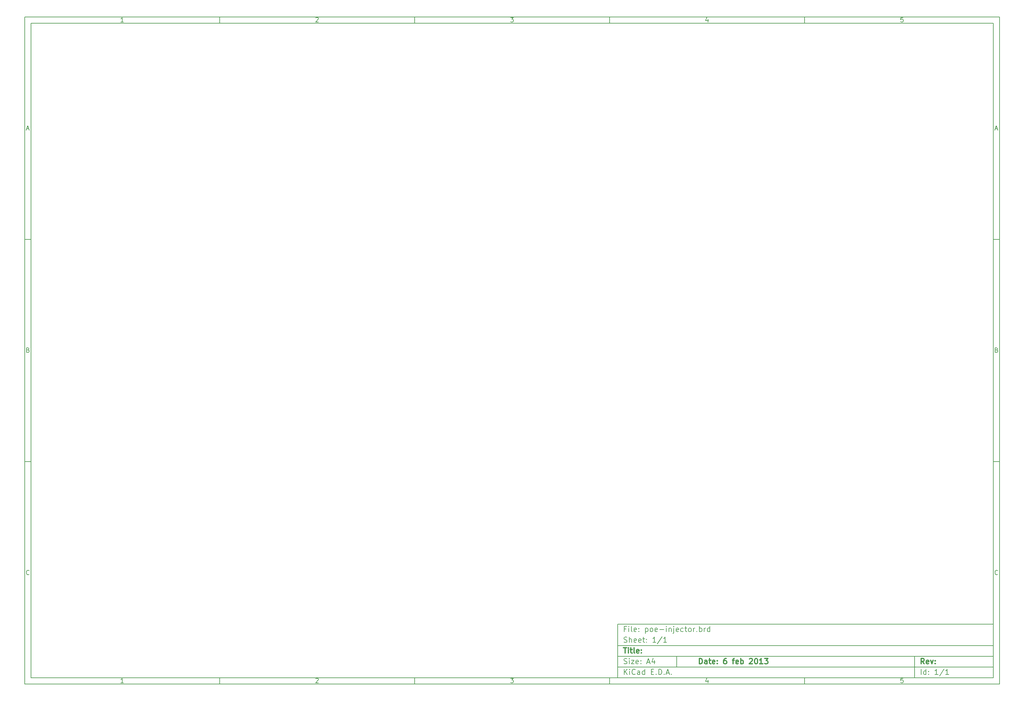
<source format=gbo>
G04 (created by PCBNEW-RS274X (2012-01-19 BZR 3256)-stable) date 2/5/2013 11:52:39 PM*
G01*
G70*
G90*
%MOIN*%
G04 Gerber Fmt 3.4, Leading zero omitted, Abs format*
%FSLAX34Y34*%
G04 APERTURE LIST*
%ADD10C,0.006000*%
%ADD11C,0.012000*%
%ADD12C,0.180000*%
G04 APERTURE END LIST*
G54D10*
X04000Y-04000D02*
X113000Y-04000D01*
X113000Y-78670D01*
X04000Y-78670D01*
X04000Y-04000D01*
X04700Y-04700D02*
X112300Y-04700D01*
X112300Y-77970D01*
X04700Y-77970D01*
X04700Y-04700D01*
X25800Y-04000D02*
X25800Y-04700D01*
X15043Y-04552D02*
X14757Y-04552D01*
X14900Y-04552D02*
X14900Y-04052D01*
X14852Y-04124D01*
X14805Y-04171D01*
X14757Y-04195D01*
X25800Y-78670D02*
X25800Y-77970D01*
X15043Y-78522D02*
X14757Y-78522D01*
X14900Y-78522D02*
X14900Y-78022D01*
X14852Y-78094D01*
X14805Y-78141D01*
X14757Y-78165D01*
X47600Y-04000D02*
X47600Y-04700D01*
X36557Y-04100D02*
X36581Y-04076D01*
X36629Y-04052D01*
X36748Y-04052D01*
X36795Y-04076D01*
X36819Y-04100D01*
X36843Y-04148D01*
X36843Y-04195D01*
X36819Y-04267D01*
X36533Y-04552D01*
X36843Y-04552D01*
X47600Y-78670D02*
X47600Y-77970D01*
X36557Y-78070D02*
X36581Y-78046D01*
X36629Y-78022D01*
X36748Y-78022D01*
X36795Y-78046D01*
X36819Y-78070D01*
X36843Y-78118D01*
X36843Y-78165D01*
X36819Y-78237D01*
X36533Y-78522D01*
X36843Y-78522D01*
X69400Y-04000D02*
X69400Y-04700D01*
X58333Y-04052D02*
X58643Y-04052D01*
X58476Y-04243D01*
X58548Y-04243D01*
X58595Y-04267D01*
X58619Y-04290D01*
X58643Y-04338D01*
X58643Y-04457D01*
X58619Y-04505D01*
X58595Y-04529D01*
X58548Y-04552D01*
X58405Y-04552D01*
X58357Y-04529D01*
X58333Y-04505D01*
X69400Y-78670D02*
X69400Y-77970D01*
X58333Y-78022D02*
X58643Y-78022D01*
X58476Y-78213D01*
X58548Y-78213D01*
X58595Y-78237D01*
X58619Y-78260D01*
X58643Y-78308D01*
X58643Y-78427D01*
X58619Y-78475D01*
X58595Y-78499D01*
X58548Y-78522D01*
X58405Y-78522D01*
X58357Y-78499D01*
X58333Y-78475D01*
X91200Y-04000D02*
X91200Y-04700D01*
X80395Y-04219D02*
X80395Y-04552D01*
X80276Y-04029D02*
X80157Y-04386D01*
X80467Y-04386D01*
X91200Y-78670D02*
X91200Y-77970D01*
X80395Y-78189D02*
X80395Y-78522D01*
X80276Y-77999D02*
X80157Y-78356D01*
X80467Y-78356D01*
X102219Y-04052D02*
X101981Y-04052D01*
X101957Y-04290D01*
X101981Y-04267D01*
X102029Y-04243D01*
X102148Y-04243D01*
X102195Y-04267D01*
X102219Y-04290D01*
X102243Y-04338D01*
X102243Y-04457D01*
X102219Y-04505D01*
X102195Y-04529D01*
X102148Y-04552D01*
X102029Y-04552D01*
X101981Y-04529D01*
X101957Y-04505D01*
X102219Y-78022D02*
X101981Y-78022D01*
X101957Y-78260D01*
X101981Y-78237D01*
X102029Y-78213D01*
X102148Y-78213D01*
X102195Y-78237D01*
X102219Y-78260D01*
X102243Y-78308D01*
X102243Y-78427D01*
X102219Y-78475D01*
X102195Y-78499D01*
X102148Y-78522D01*
X102029Y-78522D01*
X101981Y-78499D01*
X101957Y-78475D01*
X04000Y-28890D02*
X04700Y-28890D01*
X04231Y-16510D02*
X04469Y-16510D01*
X04184Y-16652D02*
X04350Y-16152D01*
X04517Y-16652D01*
X113000Y-28890D02*
X112300Y-28890D01*
X112531Y-16510D02*
X112769Y-16510D01*
X112484Y-16652D02*
X112650Y-16152D01*
X112817Y-16652D01*
X04000Y-53780D02*
X04700Y-53780D01*
X04386Y-41280D02*
X04457Y-41304D01*
X04481Y-41328D01*
X04505Y-41376D01*
X04505Y-41447D01*
X04481Y-41495D01*
X04457Y-41519D01*
X04410Y-41542D01*
X04219Y-41542D01*
X04219Y-41042D01*
X04386Y-41042D01*
X04433Y-41066D01*
X04457Y-41090D01*
X04481Y-41138D01*
X04481Y-41185D01*
X04457Y-41233D01*
X04433Y-41257D01*
X04386Y-41280D01*
X04219Y-41280D01*
X113000Y-53780D02*
X112300Y-53780D01*
X112686Y-41280D02*
X112757Y-41304D01*
X112781Y-41328D01*
X112805Y-41376D01*
X112805Y-41447D01*
X112781Y-41495D01*
X112757Y-41519D01*
X112710Y-41542D01*
X112519Y-41542D01*
X112519Y-41042D01*
X112686Y-41042D01*
X112733Y-41066D01*
X112757Y-41090D01*
X112781Y-41138D01*
X112781Y-41185D01*
X112757Y-41233D01*
X112733Y-41257D01*
X112686Y-41280D01*
X112519Y-41280D01*
X04505Y-66385D02*
X04481Y-66409D01*
X04410Y-66432D01*
X04362Y-66432D01*
X04290Y-66409D01*
X04243Y-66361D01*
X04219Y-66313D01*
X04195Y-66218D01*
X04195Y-66147D01*
X04219Y-66051D01*
X04243Y-66004D01*
X04290Y-65956D01*
X04362Y-65932D01*
X04410Y-65932D01*
X04481Y-65956D01*
X04505Y-65980D01*
X112805Y-66385D02*
X112781Y-66409D01*
X112710Y-66432D01*
X112662Y-66432D01*
X112590Y-66409D01*
X112543Y-66361D01*
X112519Y-66313D01*
X112495Y-66218D01*
X112495Y-66147D01*
X112519Y-66051D01*
X112543Y-66004D01*
X112590Y-65956D01*
X112662Y-65932D01*
X112710Y-65932D01*
X112781Y-65956D01*
X112805Y-65980D01*
G54D11*
X79443Y-76413D02*
X79443Y-75813D01*
X79586Y-75813D01*
X79671Y-75841D01*
X79729Y-75899D01*
X79757Y-75956D01*
X79786Y-76070D01*
X79786Y-76156D01*
X79757Y-76270D01*
X79729Y-76327D01*
X79671Y-76384D01*
X79586Y-76413D01*
X79443Y-76413D01*
X80300Y-76413D02*
X80300Y-76099D01*
X80271Y-76041D01*
X80214Y-76013D01*
X80100Y-76013D01*
X80043Y-76041D01*
X80300Y-76384D02*
X80243Y-76413D01*
X80100Y-76413D01*
X80043Y-76384D01*
X80014Y-76327D01*
X80014Y-76270D01*
X80043Y-76213D01*
X80100Y-76184D01*
X80243Y-76184D01*
X80300Y-76156D01*
X80500Y-76013D02*
X80729Y-76013D01*
X80586Y-75813D02*
X80586Y-76327D01*
X80614Y-76384D01*
X80672Y-76413D01*
X80729Y-76413D01*
X81157Y-76384D02*
X81100Y-76413D01*
X80986Y-76413D01*
X80929Y-76384D01*
X80900Y-76327D01*
X80900Y-76099D01*
X80929Y-76041D01*
X80986Y-76013D01*
X81100Y-76013D01*
X81157Y-76041D01*
X81186Y-76099D01*
X81186Y-76156D01*
X80900Y-76213D01*
X81443Y-76356D02*
X81471Y-76384D01*
X81443Y-76413D01*
X81414Y-76384D01*
X81443Y-76356D01*
X81443Y-76413D01*
X81443Y-76041D02*
X81471Y-76070D01*
X81443Y-76099D01*
X81414Y-76070D01*
X81443Y-76041D01*
X81443Y-76099D01*
X82443Y-75813D02*
X82329Y-75813D01*
X82272Y-75841D01*
X82243Y-75870D01*
X82186Y-75956D01*
X82157Y-76070D01*
X82157Y-76299D01*
X82186Y-76356D01*
X82214Y-76384D01*
X82272Y-76413D01*
X82386Y-76413D01*
X82443Y-76384D01*
X82472Y-76356D01*
X82500Y-76299D01*
X82500Y-76156D01*
X82472Y-76099D01*
X82443Y-76070D01*
X82386Y-76041D01*
X82272Y-76041D01*
X82214Y-76070D01*
X82186Y-76099D01*
X82157Y-76156D01*
X83128Y-76013D02*
X83357Y-76013D01*
X83214Y-76413D02*
X83214Y-75899D01*
X83242Y-75841D01*
X83300Y-75813D01*
X83357Y-75813D01*
X83785Y-76384D02*
X83728Y-76413D01*
X83614Y-76413D01*
X83557Y-76384D01*
X83528Y-76327D01*
X83528Y-76099D01*
X83557Y-76041D01*
X83614Y-76013D01*
X83728Y-76013D01*
X83785Y-76041D01*
X83814Y-76099D01*
X83814Y-76156D01*
X83528Y-76213D01*
X84071Y-76413D02*
X84071Y-75813D01*
X84071Y-76041D02*
X84128Y-76013D01*
X84242Y-76013D01*
X84299Y-76041D01*
X84328Y-76070D01*
X84357Y-76127D01*
X84357Y-76299D01*
X84328Y-76356D01*
X84299Y-76384D01*
X84242Y-76413D01*
X84128Y-76413D01*
X84071Y-76384D01*
X85042Y-75870D02*
X85071Y-75841D01*
X85128Y-75813D01*
X85271Y-75813D01*
X85328Y-75841D01*
X85357Y-75870D01*
X85385Y-75927D01*
X85385Y-75984D01*
X85357Y-76070D01*
X85014Y-76413D01*
X85385Y-76413D01*
X85756Y-75813D02*
X85813Y-75813D01*
X85870Y-75841D01*
X85899Y-75870D01*
X85928Y-75927D01*
X85956Y-76041D01*
X85956Y-76184D01*
X85928Y-76299D01*
X85899Y-76356D01*
X85870Y-76384D01*
X85813Y-76413D01*
X85756Y-76413D01*
X85699Y-76384D01*
X85670Y-76356D01*
X85642Y-76299D01*
X85613Y-76184D01*
X85613Y-76041D01*
X85642Y-75927D01*
X85670Y-75870D01*
X85699Y-75841D01*
X85756Y-75813D01*
X86527Y-76413D02*
X86184Y-76413D01*
X86356Y-76413D02*
X86356Y-75813D01*
X86299Y-75899D01*
X86241Y-75956D01*
X86184Y-75984D01*
X86727Y-75813D02*
X87098Y-75813D01*
X86898Y-76041D01*
X86984Y-76041D01*
X87041Y-76070D01*
X87070Y-76099D01*
X87098Y-76156D01*
X87098Y-76299D01*
X87070Y-76356D01*
X87041Y-76384D01*
X86984Y-76413D01*
X86812Y-76413D01*
X86755Y-76384D01*
X86727Y-76356D01*
G54D10*
X71043Y-77613D02*
X71043Y-77013D01*
X71386Y-77613D02*
X71129Y-77270D01*
X71386Y-77013D02*
X71043Y-77356D01*
X71643Y-77613D02*
X71643Y-77213D01*
X71643Y-77013D02*
X71614Y-77041D01*
X71643Y-77070D01*
X71671Y-77041D01*
X71643Y-77013D01*
X71643Y-77070D01*
X72272Y-77556D02*
X72243Y-77584D01*
X72157Y-77613D01*
X72100Y-77613D01*
X72015Y-77584D01*
X71957Y-77527D01*
X71929Y-77470D01*
X71900Y-77356D01*
X71900Y-77270D01*
X71929Y-77156D01*
X71957Y-77099D01*
X72015Y-77041D01*
X72100Y-77013D01*
X72157Y-77013D01*
X72243Y-77041D01*
X72272Y-77070D01*
X72786Y-77613D02*
X72786Y-77299D01*
X72757Y-77241D01*
X72700Y-77213D01*
X72586Y-77213D01*
X72529Y-77241D01*
X72786Y-77584D02*
X72729Y-77613D01*
X72586Y-77613D01*
X72529Y-77584D01*
X72500Y-77527D01*
X72500Y-77470D01*
X72529Y-77413D01*
X72586Y-77384D01*
X72729Y-77384D01*
X72786Y-77356D01*
X73329Y-77613D02*
X73329Y-77013D01*
X73329Y-77584D02*
X73272Y-77613D01*
X73158Y-77613D01*
X73100Y-77584D01*
X73072Y-77556D01*
X73043Y-77499D01*
X73043Y-77327D01*
X73072Y-77270D01*
X73100Y-77241D01*
X73158Y-77213D01*
X73272Y-77213D01*
X73329Y-77241D01*
X74072Y-77299D02*
X74272Y-77299D01*
X74358Y-77613D02*
X74072Y-77613D01*
X74072Y-77013D01*
X74358Y-77013D01*
X74615Y-77556D02*
X74643Y-77584D01*
X74615Y-77613D01*
X74586Y-77584D01*
X74615Y-77556D01*
X74615Y-77613D01*
X74901Y-77613D02*
X74901Y-77013D01*
X75044Y-77013D01*
X75129Y-77041D01*
X75187Y-77099D01*
X75215Y-77156D01*
X75244Y-77270D01*
X75244Y-77356D01*
X75215Y-77470D01*
X75187Y-77527D01*
X75129Y-77584D01*
X75044Y-77613D01*
X74901Y-77613D01*
X75501Y-77556D02*
X75529Y-77584D01*
X75501Y-77613D01*
X75472Y-77584D01*
X75501Y-77556D01*
X75501Y-77613D01*
X75758Y-77441D02*
X76044Y-77441D01*
X75701Y-77613D02*
X75901Y-77013D01*
X76101Y-77613D01*
X76301Y-77556D02*
X76329Y-77584D01*
X76301Y-77613D01*
X76272Y-77584D01*
X76301Y-77556D01*
X76301Y-77613D01*
G54D11*
X104586Y-76413D02*
X104386Y-76127D01*
X104243Y-76413D02*
X104243Y-75813D01*
X104471Y-75813D01*
X104529Y-75841D01*
X104557Y-75870D01*
X104586Y-75927D01*
X104586Y-76013D01*
X104557Y-76070D01*
X104529Y-76099D01*
X104471Y-76127D01*
X104243Y-76127D01*
X105071Y-76384D02*
X105014Y-76413D01*
X104900Y-76413D01*
X104843Y-76384D01*
X104814Y-76327D01*
X104814Y-76099D01*
X104843Y-76041D01*
X104900Y-76013D01*
X105014Y-76013D01*
X105071Y-76041D01*
X105100Y-76099D01*
X105100Y-76156D01*
X104814Y-76213D01*
X105300Y-76013D02*
X105443Y-76413D01*
X105585Y-76013D01*
X105814Y-76356D02*
X105842Y-76384D01*
X105814Y-76413D01*
X105785Y-76384D01*
X105814Y-76356D01*
X105814Y-76413D01*
X105814Y-76041D02*
X105842Y-76070D01*
X105814Y-76099D01*
X105785Y-76070D01*
X105814Y-76041D01*
X105814Y-76099D01*
G54D10*
X71014Y-76384D02*
X71100Y-76413D01*
X71243Y-76413D01*
X71300Y-76384D01*
X71329Y-76356D01*
X71357Y-76299D01*
X71357Y-76241D01*
X71329Y-76184D01*
X71300Y-76156D01*
X71243Y-76127D01*
X71129Y-76099D01*
X71071Y-76070D01*
X71043Y-76041D01*
X71014Y-75984D01*
X71014Y-75927D01*
X71043Y-75870D01*
X71071Y-75841D01*
X71129Y-75813D01*
X71271Y-75813D01*
X71357Y-75841D01*
X71614Y-76413D02*
X71614Y-76013D01*
X71614Y-75813D02*
X71585Y-75841D01*
X71614Y-75870D01*
X71642Y-75841D01*
X71614Y-75813D01*
X71614Y-75870D01*
X71843Y-76013D02*
X72157Y-76013D01*
X71843Y-76413D01*
X72157Y-76413D01*
X72614Y-76384D02*
X72557Y-76413D01*
X72443Y-76413D01*
X72386Y-76384D01*
X72357Y-76327D01*
X72357Y-76099D01*
X72386Y-76041D01*
X72443Y-76013D01*
X72557Y-76013D01*
X72614Y-76041D01*
X72643Y-76099D01*
X72643Y-76156D01*
X72357Y-76213D01*
X72900Y-76356D02*
X72928Y-76384D01*
X72900Y-76413D01*
X72871Y-76384D01*
X72900Y-76356D01*
X72900Y-76413D01*
X72900Y-76041D02*
X72928Y-76070D01*
X72900Y-76099D01*
X72871Y-76070D01*
X72900Y-76041D01*
X72900Y-76099D01*
X73614Y-76241D02*
X73900Y-76241D01*
X73557Y-76413D02*
X73757Y-75813D01*
X73957Y-76413D01*
X74414Y-76013D02*
X74414Y-76413D01*
X74271Y-75784D02*
X74128Y-76213D01*
X74500Y-76213D01*
X104243Y-77613D02*
X104243Y-77013D01*
X104786Y-77613D02*
X104786Y-77013D01*
X104786Y-77584D02*
X104729Y-77613D01*
X104615Y-77613D01*
X104557Y-77584D01*
X104529Y-77556D01*
X104500Y-77499D01*
X104500Y-77327D01*
X104529Y-77270D01*
X104557Y-77241D01*
X104615Y-77213D01*
X104729Y-77213D01*
X104786Y-77241D01*
X105072Y-77556D02*
X105100Y-77584D01*
X105072Y-77613D01*
X105043Y-77584D01*
X105072Y-77556D01*
X105072Y-77613D01*
X105072Y-77241D02*
X105100Y-77270D01*
X105072Y-77299D01*
X105043Y-77270D01*
X105072Y-77241D01*
X105072Y-77299D01*
X106129Y-77613D02*
X105786Y-77613D01*
X105958Y-77613D02*
X105958Y-77013D01*
X105901Y-77099D01*
X105843Y-77156D01*
X105786Y-77184D01*
X106814Y-76984D02*
X106300Y-77756D01*
X107329Y-77613D02*
X106986Y-77613D01*
X107158Y-77613D02*
X107158Y-77013D01*
X107101Y-77099D01*
X107043Y-77156D01*
X106986Y-77184D01*
G54D11*
X70957Y-74613D02*
X71300Y-74613D01*
X71129Y-75213D02*
X71129Y-74613D01*
X71500Y-75213D02*
X71500Y-74813D01*
X71500Y-74613D02*
X71471Y-74641D01*
X71500Y-74670D01*
X71528Y-74641D01*
X71500Y-74613D01*
X71500Y-74670D01*
X71700Y-74813D02*
X71929Y-74813D01*
X71786Y-74613D02*
X71786Y-75127D01*
X71814Y-75184D01*
X71872Y-75213D01*
X71929Y-75213D01*
X72215Y-75213D02*
X72157Y-75184D01*
X72129Y-75127D01*
X72129Y-74613D01*
X72671Y-75184D02*
X72614Y-75213D01*
X72500Y-75213D01*
X72443Y-75184D01*
X72414Y-75127D01*
X72414Y-74899D01*
X72443Y-74841D01*
X72500Y-74813D01*
X72614Y-74813D01*
X72671Y-74841D01*
X72700Y-74899D01*
X72700Y-74956D01*
X72414Y-75013D01*
X72957Y-75156D02*
X72985Y-75184D01*
X72957Y-75213D01*
X72928Y-75184D01*
X72957Y-75156D01*
X72957Y-75213D01*
X72957Y-74841D02*
X72985Y-74870D01*
X72957Y-74899D01*
X72928Y-74870D01*
X72957Y-74841D01*
X72957Y-74899D01*
G54D10*
X71243Y-72499D02*
X71043Y-72499D01*
X71043Y-72813D02*
X71043Y-72213D01*
X71329Y-72213D01*
X71557Y-72813D02*
X71557Y-72413D01*
X71557Y-72213D02*
X71528Y-72241D01*
X71557Y-72270D01*
X71585Y-72241D01*
X71557Y-72213D01*
X71557Y-72270D01*
X71929Y-72813D02*
X71871Y-72784D01*
X71843Y-72727D01*
X71843Y-72213D01*
X72385Y-72784D02*
X72328Y-72813D01*
X72214Y-72813D01*
X72157Y-72784D01*
X72128Y-72727D01*
X72128Y-72499D01*
X72157Y-72441D01*
X72214Y-72413D01*
X72328Y-72413D01*
X72385Y-72441D01*
X72414Y-72499D01*
X72414Y-72556D01*
X72128Y-72613D01*
X72671Y-72756D02*
X72699Y-72784D01*
X72671Y-72813D01*
X72642Y-72784D01*
X72671Y-72756D01*
X72671Y-72813D01*
X72671Y-72441D02*
X72699Y-72470D01*
X72671Y-72499D01*
X72642Y-72470D01*
X72671Y-72441D01*
X72671Y-72499D01*
X73414Y-72413D02*
X73414Y-73013D01*
X73414Y-72441D02*
X73471Y-72413D01*
X73585Y-72413D01*
X73642Y-72441D01*
X73671Y-72470D01*
X73700Y-72527D01*
X73700Y-72699D01*
X73671Y-72756D01*
X73642Y-72784D01*
X73585Y-72813D01*
X73471Y-72813D01*
X73414Y-72784D01*
X74043Y-72813D02*
X73985Y-72784D01*
X73957Y-72756D01*
X73928Y-72699D01*
X73928Y-72527D01*
X73957Y-72470D01*
X73985Y-72441D01*
X74043Y-72413D01*
X74128Y-72413D01*
X74185Y-72441D01*
X74214Y-72470D01*
X74243Y-72527D01*
X74243Y-72699D01*
X74214Y-72756D01*
X74185Y-72784D01*
X74128Y-72813D01*
X74043Y-72813D01*
X74728Y-72784D02*
X74671Y-72813D01*
X74557Y-72813D01*
X74500Y-72784D01*
X74471Y-72727D01*
X74471Y-72499D01*
X74500Y-72441D01*
X74557Y-72413D01*
X74671Y-72413D01*
X74728Y-72441D01*
X74757Y-72499D01*
X74757Y-72556D01*
X74471Y-72613D01*
X75014Y-72584D02*
X75471Y-72584D01*
X75757Y-72813D02*
X75757Y-72413D01*
X75757Y-72213D02*
X75728Y-72241D01*
X75757Y-72270D01*
X75785Y-72241D01*
X75757Y-72213D01*
X75757Y-72270D01*
X76043Y-72413D02*
X76043Y-72813D01*
X76043Y-72470D02*
X76071Y-72441D01*
X76129Y-72413D01*
X76214Y-72413D01*
X76271Y-72441D01*
X76300Y-72499D01*
X76300Y-72813D01*
X76586Y-72413D02*
X76586Y-72927D01*
X76557Y-72984D01*
X76500Y-73013D01*
X76472Y-73013D01*
X76586Y-72213D02*
X76557Y-72241D01*
X76586Y-72270D01*
X76614Y-72241D01*
X76586Y-72213D01*
X76586Y-72270D01*
X77100Y-72784D02*
X77043Y-72813D01*
X76929Y-72813D01*
X76872Y-72784D01*
X76843Y-72727D01*
X76843Y-72499D01*
X76872Y-72441D01*
X76929Y-72413D01*
X77043Y-72413D01*
X77100Y-72441D01*
X77129Y-72499D01*
X77129Y-72556D01*
X76843Y-72613D01*
X77643Y-72784D02*
X77586Y-72813D01*
X77472Y-72813D01*
X77414Y-72784D01*
X77386Y-72756D01*
X77357Y-72699D01*
X77357Y-72527D01*
X77386Y-72470D01*
X77414Y-72441D01*
X77472Y-72413D01*
X77586Y-72413D01*
X77643Y-72441D01*
X77814Y-72413D02*
X78043Y-72413D01*
X77900Y-72213D02*
X77900Y-72727D01*
X77928Y-72784D01*
X77986Y-72813D01*
X78043Y-72813D01*
X78329Y-72813D02*
X78271Y-72784D01*
X78243Y-72756D01*
X78214Y-72699D01*
X78214Y-72527D01*
X78243Y-72470D01*
X78271Y-72441D01*
X78329Y-72413D01*
X78414Y-72413D01*
X78471Y-72441D01*
X78500Y-72470D01*
X78529Y-72527D01*
X78529Y-72699D01*
X78500Y-72756D01*
X78471Y-72784D01*
X78414Y-72813D01*
X78329Y-72813D01*
X78786Y-72813D02*
X78786Y-72413D01*
X78786Y-72527D02*
X78814Y-72470D01*
X78843Y-72441D01*
X78900Y-72413D01*
X78957Y-72413D01*
X79157Y-72756D02*
X79185Y-72784D01*
X79157Y-72813D01*
X79128Y-72784D01*
X79157Y-72756D01*
X79157Y-72813D01*
X79443Y-72813D02*
X79443Y-72213D01*
X79443Y-72441D02*
X79500Y-72413D01*
X79614Y-72413D01*
X79671Y-72441D01*
X79700Y-72470D01*
X79729Y-72527D01*
X79729Y-72699D01*
X79700Y-72756D01*
X79671Y-72784D01*
X79614Y-72813D01*
X79500Y-72813D01*
X79443Y-72784D01*
X79986Y-72813D02*
X79986Y-72413D01*
X79986Y-72527D02*
X80014Y-72470D01*
X80043Y-72441D01*
X80100Y-72413D01*
X80157Y-72413D01*
X80614Y-72813D02*
X80614Y-72213D01*
X80614Y-72784D02*
X80557Y-72813D01*
X80443Y-72813D01*
X80385Y-72784D01*
X80357Y-72756D01*
X80328Y-72699D01*
X80328Y-72527D01*
X80357Y-72470D01*
X80385Y-72441D01*
X80443Y-72413D01*
X80557Y-72413D01*
X80614Y-72441D01*
X71014Y-73984D02*
X71100Y-74013D01*
X71243Y-74013D01*
X71300Y-73984D01*
X71329Y-73956D01*
X71357Y-73899D01*
X71357Y-73841D01*
X71329Y-73784D01*
X71300Y-73756D01*
X71243Y-73727D01*
X71129Y-73699D01*
X71071Y-73670D01*
X71043Y-73641D01*
X71014Y-73584D01*
X71014Y-73527D01*
X71043Y-73470D01*
X71071Y-73441D01*
X71129Y-73413D01*
X71271Y-73413D01*
X71357Y-73441D01*
X71614Y-74013D02*
X71614Y-73413D01*
X71871Y-74013D02*
X71871Y-73699D01*
X71842Y-73641D01*
X71785Y-73613D01*
X71700Y-73613D01*
X71642Y-73641D01*
X71614Y-73670D01*
X72385Y-73984D02*
X72328Y-74013D01*
X72214Y-74013D01*
X72157Y-73984D01*
X72128Y-73927D01*
X72128Y-73699D01*
X72157Y-73641D01*
X72214Y-73613D01*
X72328Y-73613D01*
X72385Y-73641D01*
X72414Y-73699D01*
X72414Y-73756D01*
X72128Y-73813D01*
X72899Y-73984D02*
X72842Y-74013D01*
X72728Y-74013D01*
X72671Y-73984D01*
X72642Y-73927D01*
X72642Y-73699D01*
X72671Y-73641D01*
X72728Y-73613D01*
X72842Y-73613D01*
X72899Y-73641D01*
X72928Y-73699D01*
X72928Y-73756D01*
X72642Y-73813D01*
X73099Y-73613D02*
X73328Y-73613D01*
X73185Y-73413D02*
X73185Y-73927D01*
X73213Y-73984D01*
X73271Y-74013D01*
X73328Y-74013D01*
X73528Y-73956D02*
X73556Y-73984D01*
X73528Y-74013D01*
X73499Y-73984D01*
X73528Y-73956D01*
X73528Y-74013D01*
X73528Y-73641D02*
X73556Y-73670D01*
X73528Y-73699D01*
X73499Y-73670D01*
X73528Y-73641D01*
X73528Y-73699D01*
X74585Y-74013D02*
X74242Y-74013D01*
X74414Y-74013D02*
X74414Y-73413D01*
X74357Y-73499D01*
X74299Y-73556D01*
X74242Y-73584D01*
X75270Y-73384D02*
X74756Y-74156D01*
X75785Y-74013D02*
X75442Y-74013D01*
X75614Y-74013D02*
X75614Y-73413D01*
X75557Y-73499D01*
X75499Y-73556D01*
X75442Y-73584D01*
X70300Y-71970D02*
X70300Y-77970D01*
X70300Y-71970D02*
X112300Y-71970D01*
X70300Y-71970D02*
X112300Y-71970D01*
X70300Y-74370D02*
X112300Y-74370D01*
X103500Y-75570D02*
X103500Y-77970D01*
X70300Y-76770D02*
X112300Y-76770D01*
X70300Y-75570D02*
X112300Y-75570D01*
X76900Y-75570D02*
X76900Y-76770D01*
%LPC*%
G54D12*
X25039Y-16728D03*
X42224Y-16807D03*
X42098Y-19343D03*
X25091Y-18969D03*
M02*

</source>
